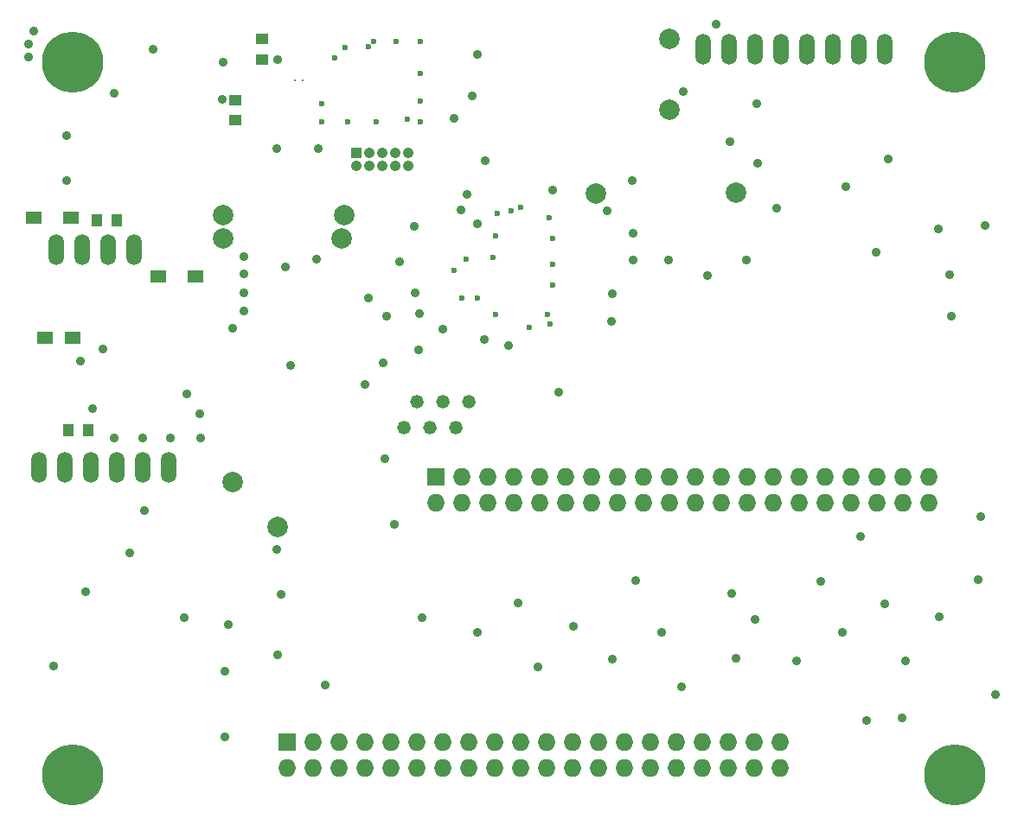
<source format=gbr>
G04 #@! TF.FileFunction,Soldermask,Top*
%FSLAX46Y46*%
G04 Gerber Fmt 4.6, Leading zero omitted, Abs format (unit mm)*
G04 Created by KiCad (PCBNEW 4.0.2-4+6225~38~ubuntu15.04.1-stable) date Do 03 Mär 2016 01:00:01 CET*
%MOMM*%
G01*
G04 APERTURE LIST*
%ADD10C,0.150000*%
%ADD11O,1.506220X3.014980*%
%ADD12R,1.600200X1.198880*%
%ADD13C,1.320800*%
%ADD14C,6.000000*%
%ADD15R,1.727200X1.727200*%
%ADD16O,1.727200X1.727200*%
%ADD17R,1.050000X1.050000*%
%ADD18C,1.050000*%
%ADD19R,1.000000X1.250000*%
%ADD20R,1.500000X1.300000*%
%ADD21C,0.899160*%
%ADD22R,0.200000X0.200000*%
%ADD23R,1.250000X1.000000*%
%ADD24C,2.000000*%
%ADD25C,0.889000*%
%ADD26C,0.600000*%
G04 APERTURE END LIST*
D10*
D11*
X92202000Y-8890000D03*
X89662000Y-8890000D03*
X74422000Y-8890000D03*
X76962000Y-8890000D03*
X79502000Y-8890000D03*
X82042000Y-8890000D03*
X84582000Y-8890000D03*
X87122000Y-8890000D03*
X11049000Y-28575000D03*
X13589000Y-28575000D03*
X16129000Y-28575000D03*
X18669000Y-28575000D03*
D12*
X8866140Y-25450800D03*
X12467860Y-25450800D03*
D13*
X51435000Y-43434000D03*
X50165000Y-45974000D03*
X48895000Y-43434000D03*
X47625000Y-45974000D03*
X46355000Y-43434000D03*
X45085000Y-45974000D03*
D11*
X9398000Y-49911000D03*
X11938000Y-49911000D03*
X14478000Y-49911000D03*
X17018000Y-49911000D03*
X19558000Y-49911000D03*
X22098000Y-49911000D03*
D14*
X12700000Y-10160000D03*
X99060000Y-10160000D03*
X99059000Y-80010000D03*
X12699000Y-80010000D03*
D15*
X33655000Y-76835000D03*
D16*
X33655000Y-79375000D03*
X36195000Y-76835000D03*
X36195000Y-79375000D03*
X38735000Y-76835000D03*
X38735000Y-79375000D03*
X41275000Y-76835000D03*
X41275000Y-79375000D03*
X43815000Y-76835000D03*
X43815000Y-79375000D03*
X46355000Y-76835000D03*
X46355000Y-79375000D03*
X48895000Y-76835000D03*
X48895000Y-79375000D03*
X51435000Y-76835000D03*
X51435000Y-79375000D03*
X53975000Y-76835000D03*
X53975000Y-79375000D03*
X56515000Y-76835000D03*
X56515000Y-79375000D03*
X59055000Y-76835000D03*
X59055000Y-79375000D03*
X61595000Y-76835000D03*
X61595000Y-79375000D03*
X64135000Y-76835000D03*
X64135000Y-79375000D03*
X66675000Y-76835000D03*
X66675000Y-79375000D03*
X69215000Y-76835000D03*
X69215000Y-79375000D03*
X71755000Y-76835000D03*
X71755000Y-79375000D03*
X74295000Y-76835000D03*
X74295000Y-79375000D03*
X76835000Y-76835000D03*
X76835000Y-79375000D03*
X79375000Y-76835000D03*
X79375000Y-79375000D03*
X81915000Y-76835000D03*
X81915000Y-79375000D03*
D15*
X48260000Y-50800000D03*
D16*
X48260000Y-53340000D03*
X50800000Y-50800000D03*
X50800000Y-53340000D03*
X53340000Y-50800000D03*
X53340000Y-53340000D03*
X55880000Y-50800000D03*
X55880000Y-53340000D03*
X58420000Y-50800000D03*
X58420000Y-53340000D03*
X60960000Y-50800000D03*
X60960000Y-53340000D03*
X63500000Y-50800000D03*
X63500000Y-53340000D03*
X66040000Y-50800000D03*
X66040000Y-53340000D03*
X68580000Y-50800000D03*
X68580000Y-53340000D03*
X71120000Y-50800000D03*
X71120000Y-53340000D03*
X73660000Y-50800000D03*
X73660000Y-53340000D03*
X76200000Y-50800000D03*
X76200000Y-53340000D03*
X78740000Y-50800000D03*
X78740000Y-53340000D03*
X81280000Y-50800000D03*
X81280000Y-53340000D03*
X83820000Y-50800000D03*
X83820000Y-53340000D03*
X86360000Y-50800000D03*
X86360000Y-53340000D03*
X88900000Y-50800000D03*
X88900000Y-53340000D03*
X91440000Y-50800000D03*
X91440000Y-53340000D03*
X93980000Y-50800000D03*
X93980000Y-53340000D03*
X96520000Y-50800000D03*
X96520000Y-53340000D03*
D17*
X40436800Y-19050000D03*
D18*
X41706800Y-19050000D03*
X42976800Y-19050000D03*
X44246800Y-19050000D03*
X45516800Y-19050000D03*
X41706800Y-20320000D03*
X42976800Y-20320000D03*
X44246800Y-20320000D03*
X45516800Y-20320000D03*
X40436800Y-20320000D03*
D19*
X17002000Y-25654000D03*
X15002000Y-25654000D03*
D12*
X24659860Y-31140400D03*
X21058140Y-31140400D03*
D19*
X14207000Y-46228000D03*
X12207000Y-46228000D03*
D20*
X12652000Y-37211000D03*
X9952000Y-37211000D03*
D21*
X12025900Y-21757640D03*
X12025900Y-17358360D03*
D22*
X34398000Y-11938000D03*
X35198000Y-11938000D03*
D23*
X28574000Y-13859000D03*
X28574000Y-15859000D03*
X31241000Y-9890000D03*
X31241000Y-7890000D03*
D24*
X38989000Y-27432000D03*
X27368500Y-27432000D03*
X28321000Y-51308000D03*
X32766000Y-55753000D03*
D25*
X32638000Y-18669000D03*
X36702000Y-18669000D03*
X27304000Y-13843000D03*
X32765000Y-9906000D03*
D24*
X77597000Y-22987000D03*
X63906400Y-23012400D03*
D25*
X27558000Y-76327000D03*
X27558000Y-69850000D03*
X52933600Y-37388800D03*
X88392000Y-22352000D03*
X92518500Y-19685000D03*
X65467500Y-68643500D03*
X61721000Y-65468500D03*
X58228500Y-69469000D03*
X56260000Y-63182500D03*
X27939000Y-65278000D03*
X33082500Y-62293500D03*
X23557500Y-64579500D03*
X32766000Y-68262500D03*
X37400500Y-71247000D03*
X43242500Y-49022000D03*
X60260500Y-42545000D03*
X98678000Y-35052000D03*
X77024500Y-17970500D03*
X75691000Y-6413500D03*
X50037000Y-15684500D03*
X72452500Y-13017500D03*
X46609000Y-34798000D03*
X46544500Y-38354000D03*
X67563000Y-29591000D03*
X67563000Y-26924000D03*
X65404000Y-35560000D03*
X65531000Y-32893000D03*
X81584800Y-24485600D03*
X46862000Y-64643000D03*
X93852000Y-74422000D03*
X91312000Y-28829000D03*
X79628000Y-14224000D03*
X59689000Y-22733000D03*
X52323000Y-26035000D03*
X55371000Y-37973000D03*
X65023000Y-24765000D03*
X51307000Y-23114000D03*
X50672000Y-24638000D03*
X53085000Y-19812000D03*
X78612000Y-29591000D03*
X41655000Y-33274000D03*
X44703000Y-29718000D03*
X46100000Y-26289000D03*
X94233000Y-68834000D03*
X90423000Y-74676000D03*
X101346000Y-60909200D03*
X102971600Y-72136000D03*
X28294600Y-36271200D03*
X29412200Y-34544000D03*
X29412200Y-32766000D03*
X29412200Y-30937200D03*
X29412200Y-29210000D03*
X13410200Y-39471600D03*
X14578600Y-44094400D03*
X16763000Y-47040800D03*
X19557000Y-47040800D03*
X22249400Y-46990000D03*
X25195800Y-47040800D03*
X25145000Y-44653200D03*
X23824200Y-42672000D03*
X74802000Y-31115000D03*
X10794000Y-69342000D03*
X19684000Y-54102000D03*
X13969000Y-62103000D03*
X97535000Y-64516000D03*
X77596000Y-68580000D03*
X79501000Y-64770000D03*
X72262000Y-71374000D03*
X77215000Y-62230000D03*
X43434000Y-35052000D03*
X44196000Y-55499000D03*
X34036000Y-39878000D03*
X51816000Y-13462000D03*
X52324000Y-9398000D03*
X16764000Y-13208000D03*
X20573000Y-8890000D03*
X27432000Y-10160000D03*
X48894000Y-36322000D03*
X79756000Y-20066000D03*
X67436000Y-21780500D03*
X70992000Y-29591000D03*
X97409000Y-26543000D03*
X101981000Y-26162000D03*
X41275000Y-41783000D03*
X98552000Y-30988000D03*
X33528000Y-30226000D03*
X36576000Y-29464000D03*
X43027600Y-39598600D03*
X46228000Y-32766000D03*
X101600000Y-54737000D03*
X92202000Y-63246000D03*
X89789000Y-56642000D03*
X52273200Y-66040000D03*
X18288000Y-58293000D03*
X32613600Y-57962800D03*
X70358000Y-66040000D03*
X67817000Y-60960000D03*
X85914500Y-61087000D03*
X83566000Y-68834000D03*
X87995000Y-66040000D03*
X8889000Y-7112000D03*
X8381000Y-8382000D03*
X8381000Y-9652000D03*
D24*
X71056500Y-14795500D03*
X71120000Y-7874000D03*
D25*
X15645400Y-38303200D03*
D24*
X39243000Y-25146000D03*
X27381200Y-25196800D03*
D26*
X50800000Y-33274000D03*
X53848000Y-29337000D03*
X54102000Y-27178000D03*
X59436000Y-35814000D03*
X54102000Y-34925000D03*
X57404000Y-36195000D03*
X59182000Y-34925000D03*
X59690000Y-32004000D03*
X59690000Y-29972000D03*
X59690000Y-27432000D03*
X59309000Y-25400000D03*
X56515000Y-24384000D03*
X54229000Y-25019000D03*
X51181000Y-29464000D03*
X50038000Y-30607000D03*
X52324000Y-33274000D03*
X55626000Y-24765000D03*
X39370000Y-8763000D03*
X42164000Y-8128000D03*
X41656000Y-8636000D03*
X44323000Y-8128000D03*
X37084000Y-14224000D03*
X46736000Y-11303000D03*
X46736000Y-13970000D03*
X46736000Y-16002000D03*
X39624000Y-16002000D03*
X37084000Y-16002000D03*
X42418000Y-16002000D03*
X46736000Y-8128000D03*
X38354000Y-9779000D03*
X45466000Y-15748000D03*
M02*

</source>
